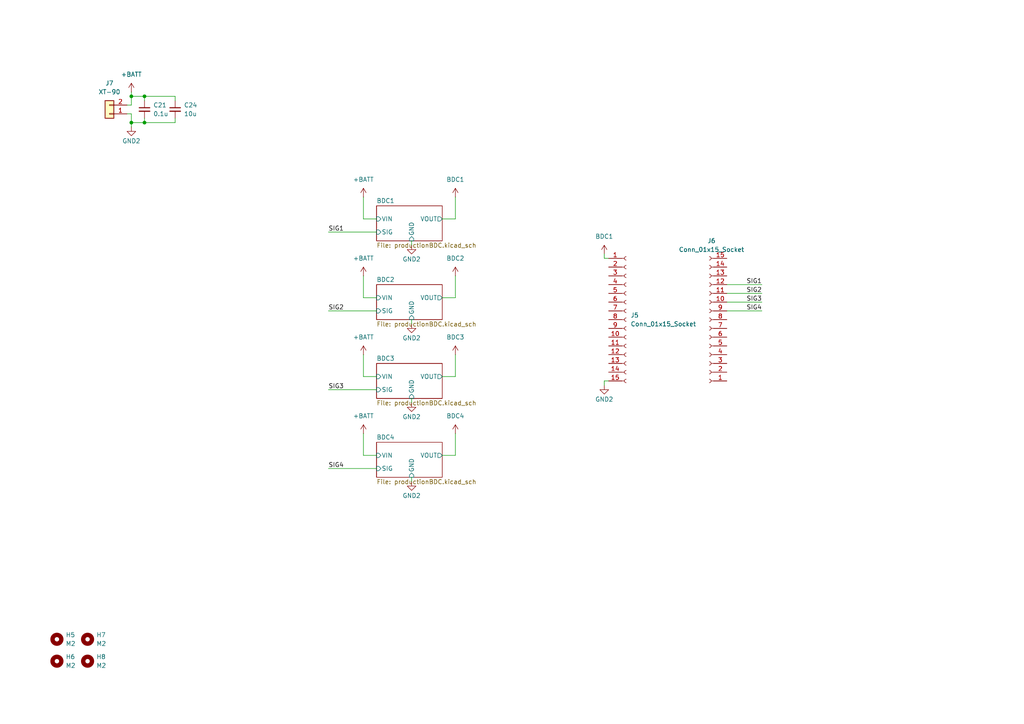
<source format=kicad_sch>
(kicad_sch (version 20250114) (generator "eeschema") (generator_version "9.0")
  (paper "A4")
  (lib_symbols
    (symbol "Connector:Conn_01x15_Socket" (pin_names (offset 1.016) (hide yes))
      (property "Reference" "J" (at 0 20.32 0))
      (property "Value" "Conn_01x15_Socket" (at 0 -20.32 0))
      (symbol "Conn_01x15_Socket_1_1"
        (polyline (pts (xy -1.27 17.78) (xy -0.508 17.78)) (stroke (width 0.1524)))
        (polyline (pts (xy -1.27 15.24) (xy -0.508 15.24)) (stroke (width 0.1524)))
        (polyline (pts (xy -1.27 12.7) (xy -0.508 12.7)) (stroke (width 0.1524)))
        (polyline (pts (xy -1.27 10.16) (xy -0.508 10.16)) (stroke (width 0.1524)))
        (polyline (pts (xy -1.27 7.62) (xy -0.508 7.62)) (stroke (width 0.1524)))
        (polyline (pts (xy -1.27 5.08) (xy -0.508 5.08)) (stroke (width 0.1524)))
        (polyline (pts (xy -1.27 2.54) (xy -0.508 2.54)) (stroke (width 0.1524)))
        (polyline (pts (xy -1.27 0) (xy -0.508 0)) (stroke (width 0.1524)))
        (polyline (pts (xy -1.27 -2.54) (xy -0.508 -2.54)) (stroke (width 0.1524)))
        (polyline (pts (xy -1.27 -5.08) (xy -0.508 -5.08)) (stroke (width 0.1524)))
        (polyline (pts (xy -1.27 -7.62) (xy -0.508 -7.62)) (stroke (width 0.1524)))
        (polyline (pts (xy -1.27 -10.16) (xy -0.508 -10.16)) (stroke (width 0.1524)))
        (polyline (pts (xy -1.27 -12.7) (xy -0.508 -12.7)) (stroke (width 0.1524)))
        (polyline (pts (xy -1.27 -15.24) (xy -0.508 -15.24)) (stroke (width 0.1524)))
        (polyline (pts (xy -1.27 -17.78) (xy -0.508 -17.78)) (stroke (width 0.1524)))
        (arc (start 0 17.272) (mid -0.5058 17.78) (end 0 18.288) (stroke (width 0.1524)))
        (arc (start 0 14.732) (mid -0.5058 15.24) (end 0 15.748) (stroke (width 0.1524)))
        (arc (start 0 12.192) (mid -0.5058 12.7) (end 0 13.208) (stroke (width 0.1524)))
        (arc (start 0 9.652) (mid -0.5058 10.16) (end 0 10.668) (stroke (width 0.1524)))
        (arc (start 0 7.112) (mid -0.5058 7.62) (end 0 8.128) (stroke (width 0.1524)))
        (arc (start 0 4.572) (mid -0.5058 5.08) (end 0 5.588) (stroke (width 0.1524)))
        (arc (start 0 2.032) (mid -0.5058 2.54) (end 0 3.048) (stroke (width 0.1524)))
        (arc (start 0 -0.508) (mid -0.5058 0) (end 0 0.508) (stroke (width 0.1524)))
        (arc (start 0 -3.048) (mid -0.5058 -2.54) (end 0 -2.032) (stroke (width 0.1524)))
        (arc (start 0 -5.588) (mid -0.5058 -5.08) (end 0 -4.572) (stroke (width 0.1524)))
        (arc (start 0 -8.128) (mid -0.5058 -7.62) (end 0 -7.112) (stroke (width 0.1524)))
        (arc (start 0 -10.668) (mid -0.5058 -10.16) (end 0 -9.652) (stroke (width 0.1524)))
        (arc (start 0 -13.208) (mid -0.5058 -12.7) (end 0 -12.192) (stroke (width 0.1524)))
        (arc (start 0 -15.748) (mid -0.5058 -15.24) (end 0 -14.732) (stroke (width 0.1524)))
        (arc (start 0 -18.288) (mid -0.5058 -17.78) (end 0 -17.272) (stroke (width 0.1524)))
        (pin passive line (at -5.08 17.78 0) (length 3.81) (name "Pin_1") (number "1"))
        (pin passive line (at -5.08 15.24 0) (length 3.81) (name "Pin_2") (number "2"))
        (pin passive line (at -5.08 12.7 0) (length 3.81) (name "Pin_3") (number "3"))
        (pin passive line (at -5.08 10.16 0) (length 3.81) (name "Pin_4") (number "4"))
        (pin passive line (at -5.08 7.62 0) (length 3.81) (name "Pin_5") (number "5"))
        (pin passive line (at -5.08 5.08 0) (length 3.81) (name "Pin_6") (number "6"))
        (pin passive line (at -5.08 2.54 0) (length 3.81) (name "Pin_7") (number "7"))
        (pin passive line (at -5.08 0 0) (length 3.81) (name "Pin_8") (number "8"))
        (pin passive line (at -5.08 -2.54 0) (length 3.81) (name "Pin_9") (number "9"))
        (pin passive line (at -5.08 -5.08 0) (length 3.81) (name "Pin_10") (number "10"))
        (pin passive line (at -5.08 -7.62 0) (length 3.81) (name "Pin_11") (number "11"))
        (pin passive line (at -5.08 -10.16 0) (length 3.81) (name "Pin_12") (number "12"))
        (pin passive line (at -5.08 -12.7 0) (length 3.81) (name "Pin_13") (number "13"))
        (pin passive line (at -5.08 -15.24 0) (length 3.81) (name "Pin_14") (number "14"))
        (pin passive line (at -5.08 -17.78 0) (length 3.81) (name "Pin_15") (number "15"))
      )
    )
    (symbol "Connector_Generic:Conn_01x02" (pin_names (offset 1.016) (hide yes))
      (property "Reference" "J" (at 0 2.54 0))
      (property "Value" "Conn_01x02" (at 0 -5.08 0))
      (symbol "Conn_01x02_1_1"
        (rectangle (start -1.27 1.27) (end 1.27 -3.81) (stroke (width 0.254)) (fill (type background)))
        (rectangle (start -1.27 0.127) (end 0 -0.127) (stroke (width 0.1524)))
        (rectangle (start -1.27 -2.413) (end 0 -2.667) (stroke (width 0.1524)))
        (pin passive line (at -5.08 0 0) (length 3.81) (name "Pin_1") (number "1"))
        (pin passive line (at -5.08 -2.54 0) (length 3.81) (name "Pin_2") (number "2"))
      )
    )
    (symbol "Device:C_Small" (pin_numbers (hide yes)) (pin_names (offset 0.254) (hide yes))
      (property "Reference" "C" (at 0.254 1.778 0))
      (property "Value" "C_Small" (at 0.254 -2.032 0))
      (symbol "C_Small_0_1"
        (polyline (pts (xy -1.524 0.508) (xy 1.524 0.508)) (stroke (width 0.3048)))
        (polyline (pts (xy -1.524 -0.508) (xy 1.524 -0.508)) (stroke (width 0.3302)))
      )
      (symbol "C_Small_1_1"
        (pin passive line (at 0 2.54 270) (length 2.032) (name "~") (number "1"))
        (pin passive line (at 0 -2.54 90) (length 2.032) (name "~") (number "2"))
      )
    )
    (symbol "Mechanical:MountingHole" (pin_names (offset 1.016)) (in_bom no)
      (property "Reference" "H" (at 0 5.08 0))
      (property "Value" "MountingHole" (at 0 3.175 0))
      (symbol "MountingHole_0_1"
        (circle (center 0 0) (radius 1.27) (stroke (width 1.27)))
      )
    )
    (symbol "power:+5V" (power) (pin_numbers (hide yes)) (pin_names (offset 0) (hide yes))
      (property "Value" "+5V" (at 0 3.556 0))
      (symbol "+5V_0_1"
        (polyline (pts (xy -0.762 1.27) (xy 0 2.54)))
        (polyline (pts (xy 0 2.54) (xy 0.762 1.27)))
        (polyline (pts (xy 0 0) (xy 0 2.54)))
      )
      (symbol "+5V_1_1"
        (pin power_in line (at 0 0 90) (length 0) (name "~") (number "1"))
      )
    )
    (symbol "power:+BATT" (power) (pin_numbers (hide yes)) (pin_names (offset 0) (hide yes))
      (property "Value" "+BATT" (at 0 3.556 0))
      (symbol "+BATT_0_1"
        (polyline (pts (xy -0.762 1.27) (xy 0 2.54)))
        (polyline (pts (xy 0 2.54) (xy 0.762 1.27)))
        (polyline (pts (xy 0 0) (xy 0 2.54)))
      )
      (symbol "+BATT_1_1"
        (pin power_in line (at 0 0 90) (length 0) (name "~") (number "1"))
      )
    )
    (symbol "power:GND1" (power) (pin_numbers (hide yes)) (pin_names (offset 0) (hide yes))
      (property "Value" "GND1" (at 0 -3.81 0))
      (symbol "GND1_0_1"
        (polyline (pts (xy 0 0) (xy 0 -1.27) (xy 1.27 -1.27) (xy 0 -2.54) (xy -1.27 -1.27) (xy 0 -1.27)))
      )
      (symbol "GND1_1_1"
        (pin power_in line (at 0 0 270) (length 0) (name "~") (number "1"))
      )
    )
  )
  (junction (at 38.1 35.56))
  (junction (at 41.91 27.94))
  (junction (at 41.91 35.56))
  (junction (at 38.1 27.94))
  (wire (pts (xy 119.38 71.12) (xy 119.38 69.85)))
  (wire (pts (xy 119.38 116.84) (xy 119.38 115.57)))
  (wire (pts (xy 132.08 86.36) (xy 128.27 86.36)))
  (wire (pts (xy 95.25 113.03) (xy 109.22 113.03)))
  (wire (pts (xy 38.1 26.67) (xy 38.1 27.94)))
  (wire (pts (xy 50.8 34.29) (xy 50.8 35.56)))
  (wire (pts (xy 41.91 34.29) (xy 41.91 35.56)))
  (wire (pts (xy 220.98 90.17) (xy 210.82 90.17)))
  (wire (pts (xy 38.1 33.02) (xy 36.83 33.02)))
  (wire (pts (xy 38.1 30.48) (xy 36.83 30.48)))
  (wire (pts (xy 175.26 73.66) (xy 175.26 74.93)))
  (wire (pts (xy 41.91 27.94) (xy 38.1 27.94)))
  (wire (pts (xy 105.41 132.08) (xy 109.22 132.08)))
  (wire (pts (xy 95.25 135.89) (xy 109.22 135.89)))
  (wire (pts (xy 132.08 80.01) (xy 132.08 86.36)))
  (wire (pts (xy 132.08 132.08) (xy 128.27 132.08)))
  (wire (pts (xy 105.41 125.73) (xy 105.41 132.08)))
  (wire (pts (xy 105.41 109.22) (xy 109.22 109.22)))
  (wire (pts (xy 38.1 27.94) (xy 38.1 30.48)))
  (wire (pts (xy 132.08 57.15) (xy 132.08 63.5)))
  (wire (pts (xy 95.25 90.17) (xy 109.22 90.17)))
  (wire (pts (xy 220.98 85.09) (xy 210.82 85.09)))
  (wire (pts (xy 105.41 63.5) (xy 109.22 63.5)))
  (wire (pts (xy 132.08 63.5) (xy 128.27 63.5)))
  (wire (pts (xy 105.41 80.01) (xy 105.41 86.36)))
  (wire (pts (xy 175.26 110.49) (xy 176.53 110.49)))
  (wire (pts (xy 175.26 74.93) (xy 176.53 74.93)))
  (wire (pts (xy 50.8 29.21) (xy 50.8 27.94)))
  (wire (pts (xy 210.82 82.55) (xy 220.98 82.55)))
  (wire (pts (xy 132.08 109.22) (xy 128.27 109.22)))
  (wire (pts (xy 132.08 125.73) (xy 132.08 132.08)))
  (wire (pts (xy 132.08 102.87) (xy 132.08 109.22)))
  (wire (pts (xy 41.91 35.56) (xy 38.1 35.56)))
  (wire (pts (xy 95.25 67.31) (xy 109.22 67.31)))
  (wire (pts (xy 105.41 57.15) (xy 105.41 63.5)))
  (wire (pts (xy 175.26 110.49) (xy 175.26 111.76)))
  (wire (pts (xy 220.98 87.63) (xy 210.82 87.63)))
  (wire (pts (xy 119.38 93.98) (xy 119.38 92.71)))
  (wire (pts (xy 50.8 35.56) (xy 41.91 35.56)))
  (wire (pts (xy 119.38 139.7) (xy 119.38 138.43)))
  (wire (pts (xy 38.1 36.83) (xy 38.1 35.56)))
  (wire (pts (xy 38.1 35.56) (xy 38.1 33.02)))
  (wire (pts (xy 41.91 29.21) (xy 41.91 27.94)))
  (wire (pts (xy 105.41 102.87) (xy 105.41 109.22)))
  (wire (pts (xy 50.8 27.94) (xy 41.91 27.94)))
  (wire (pts (xy 105.41 86.36) (xy 109.22 86.36)))
  (label "SIG1" (at 220.98 82.55 180))
  (label "SIG3" (at 220.98 87.63 180))
  (label "SIG2" (at 220.98 85.09 180))
  (label "SIG4" (at 95.25 135.89 0))
  (label "SIG1" (at 95.25 67.31 0))
  (label "SIG4" (at 220.98 90.17 180))
  (label "SIG2" (at 95.25 90.17 0))
  (label "SIG3" (at 95.25 113.03 0))
  (symbol (lib_id "power:GND1") (at 119.38 71.12 0) (unit 1)
    (property "Reference" "#PWR078" (effects (hide yes)))
    (property "Value" "GND2" (at 119.38 75.184 0))
    (property "Description" "Power symbol creates a global label with name \"GND1\" , ground" (effects (hide yes)))
  )
  (symbol (lib_id "power:+5V") (at 175.26 73.66 0) (unit 1)
    (property "Reference" "#PWR031" (effects (hide yes)))
    (property "Value" "BDC1" (at 175.26 68.58 0))
    (property "Description" "Power symbol creates a global label with name \"+5V\"" (effects (hide yes)))
  )
  (symbol (lib_id "power:+BATT") (at 105.41 57.15 0) (unit 1)
    (property "Reference" "#PWR074" (effects (hide yes)))
    (property "Value" "+BATT" (at 105.41 52.07 0))
    (property "Description" "Power symbol creates a global label with name \"+BATT\"" (effects (hide yes)))
  )
  (symbol (lib_id "power:GND1") (at 119.38 139.7 0) (unit 1)
    (property "Reference" "#PWR081" (effects (hide yes)))
    (property "Value" "GND2" (at 119.38 143.764 0))
    (property "Description" "Power symbol creates a global label with name \"GND1\" , ground" (effects (hide yes)))
  )
  (symbol (lib_id "Mechanical:MountingHole") (at 16.51 191.77 0) (unit 1) (in_bom no)
    (property "Reference" "H6" (at 19.05 190.4999 0) (effects (justify left)))
    (property "Value" "M2" (at 19.05 193.0399 0) (effects (justify left)))
    (property "Footprint" "MountingHole:MountingHole_2.2mm_M2" (effects (hide yes)))
    (property "Description" "Mounting Hole without connection" (effects (hide yes)))
  )
  (symbol (lib_id "Device:C_Small") (at 50.8 31.75 0) (unit 1)
    (property "Reference" "C24" (at 53.34 30.4862 0) (effects (justify left)))
    (property "Value" "10u" (at 53.34 33.0262 0) (effects (justify left)))
    (property "Footprint" "Capacitor_SMD:C_0805_2012Metric" (effects (hide yes)))
    (property "Description" "Unpolarized capacitor, small symbol" (effects (hide yes)))
  )
  (symbol (lib_id "power:GND1") (at 119.38 116.84 0) (unit 1)
    (property "Reference" "#PWR080" (effects (hide yes)))
    (property "Value" "GND2" (at 119.38 120.904 0))
    (property "Description" "Power symbol creates a global label with name \"GND1\" , ground" (effects (hide yes)))
  )
  (symbol (lib_id "Device:C_Small") (at 41.91 31.75 0) (unit 1)
    (property "Reference" "C21" (at 44.45 30.4862 0) (effects (justify left)))
    (property "Value" "0.1u" (at 44.45 33.0262 0) (effects (justify left)))
    (property "Footprint" "Capacitor_SMD:C_0805_2012Metric" (effects (hide yes)))
    (property "Description" "Unpolarized capacitor, small symbol" (effects (hide yes)))
  )
  (symbol (lib_id "power:+BATT") (at 105.41 102.87 0) (unit 1)
    (property "Reference" "#PWR076" (effects (hide yes)))
    (property "Value" "+BATT" (at 105.41 97.79 0))
    (property "Description" "Power symbol creates a global label with name \"+BATT\"" (effects (hide yes)))
  )
  (symbol (lib_id "Connector_Generic:Conn_01x02") (at 31.75 33.02 180) (unit 1)
    (property "Reference" "J7" (at 31.75 24.13 0))
    (property "Value" "XT-90" (at 31.75 26.67 0))
    (property "Footprint" "footprints:XT90_V" (effects (hide yes)))
    (property "Description" "Generic connector, single row, 01x02, script generated (kicad-library-utils/schlib/autogen/connector/)" (effects (hide yes)))
  )
  (symbol (lib_id "Mechanical:MountingHole") (at 25.4 185.42 0) (unit 1) (in_bom no)
    (property "Reference" "H7" (at 27.94 184.1499 0) (effects (justify left)))
    (property "Value" "M2" (at 27.94 186.6899 0) (effects (justify left)))
    (property "Footprint" "MountingHole:MountingHole_2.2mm_M2" (effects (hide yes)))
    (property "Description" "Mounting Hole without connection" (effects (hide yes)))
  )
  (symbol (lib_id "power:+BATT") (at 38.1 26.67 0) (unit 1)
    (property "Reference" "#PWR037" (effects (hide yes)))
    (property "Value" "+BATT" (at 38.1 21.59 0))
    (property "Description" "Power symbol creates a global label with name \"+BATT\"" (effects (hide yes)))
  )
  (symbol (lib_id "Connector:Conn_01x15_Socket") (at 181.61 92.71 0) (unit 1)
    (property "Reference" "J5" (at 182.88 91.4399 0) (effects (justify left)))
    (property "Value" "Conn_01x15_Socket" (at 182.88 93.9799 0) (effects (justify left)))
    (property "Footprint" "Connector_PinHeader_2.54mm:PinHeader_1x15_P2.54mm_Vertical" (effects (hide yes)))
    (property "Description" "Generic connector, single row, 01x15, script generated" (effects (hide yes)))
  )
  (symbol (lib_id "power:GND1") (at 38.1 36.83 0) (unit 1)
    (property "Reference" "#PWR036" (effects (hide yes)))
    (property "Value" "GND2" (at 38.1 40.894 0))
    (property "Description" "Power symbol creates a global label with name \"GND1\" , ground" (effects (hide yes)))
  )
  (symbol (lib_id "power:+BATT") (at 105.41 80.01 0) (unit 1)
    (property "Reference" "#PWR075" (effects (hide yes)))
    (property "Value" "+BATT" (at 105.41 74.93 0))
    (property "Description" "Power symbol creates a global label with name \"+BATT\"" (effects (hide yes)))
  )
  (symbol (lib_id "Connector:Conn_01x15_Socket") (at 205.74 92.71 180) (unit 1)
    (property "Reference" "J6" (at 206.375 69.85 0))
    (property "Value" "Conn_01x15_Socket" (at 206.375 72.39 0))
    (property "Footprint" "Connector_PinHeader_2.54mm:PinHeader_1x15_P2.54mm_Vertical" (effects (hide yes)))
    (property "Description" "Generic connector, single row, 01x15, script generated" (effects (hide yes)))
  )
  (symbol (lib_id "power:+BATT") (at 105.41 125.73 0) (unit 1)
    (property "Reference" "#PWR077" (effects (hide yes)))
    (property "Value" "+BATT" (at 105.41 120.65 0))
    (property "Description" "Power symbol creates a global label with name \"+BATT\"" (effects (hide yes)))
  )
  (symbol (lib_id "power:+5V") (at 132.08 80.01 0) (unit 1)
    (property "Reference" "#PWR071" (effects (hide yes)))
    (property "Value" "BDC2" (at 132.08 74.93 0))
    (property "Description" "Power symbol creates a global label with name \"+5V\"" (effects (hide yes)))
  )
  (symbol (lib_id "power:+5V") (at 132.08 102.87 0) (unit 1)
    (property "Reference" "#PWR072" (effects (hide yes)))
    (property "Value" "BDC3" (at 132.08 97.79 0))
    (property "Description" "Power symbol creates a global label with name \"+5V\"" (effects (hide yes)))
  )
  (symbol (lib_id "power:+5V") (at 132.08 57.15 0) (unit 1)
    (property "Reference" "#PWR070" (effects (hide yes)))
    (property "Value" "BDC1" (at 132.08 52.07 0))
    (property "Description" "Power symbol creates a global label with name \"+5V\"" (effects (hide yes)))
  )
  (symbol (lib_id "Mechanical:MountingHole") (at 25.4 191.77 0) (unit 1) (in_bom no)
    (property "Reference" "H8" (at 27.94 190.4999 0) (effects (justify left)))
    (property "Value" "M2" (at 27.94 193.0399 0) (effects (justify left)))
    (property "Footprint" "MountingHole:MountingHole_2.2mm_M2" (effects (hide yes)))
    (property "Description" "Mounting Hole without connection" (effects (hide yes)))
  )
  (symbol (lib_id "power:GND1") (at 175.26 111.76 0) (unit 1)
    (property "Reference" "#PWR030" (effects (hide yes)))
    (property "Value" "GND2" (at 175.26 115.824 0))
    (property "Description" "Power symbol creates a global label with name \"GND1\" , ground" (effects (hide yes)))
  )
  (symbol (lib_id "Mechanical:MountingHole") (at 16.51 185.42 0) (unit 1) (in_bom no)
    (property "Reference" "H5" (at 19.05 184.1499 0) (effects (justify left)))
    (property "Value" "M2" (at 19.05 186.6899 0) (effects (justify left)))
    (property "Footprint" "MountingHole:MountingHole_2.2mm_M2" (effects (hide yes)))
    (property "Description" "Mounting Hole without connection" (effects (hide yes)))
  )
  (symbol (lib_id "power:+5V") (at 132.08 125.73 0) (unit 1)
    (property "Reference" "#PWR073" (effects (hide yes)))
    (property "Value" "BDC4" (at 132.08 120.65 0))
    (property "Description" "Power symbol creates a global label with name \"+5V\"" (effects (hide yes)))
  )
  (symbol (lib_id "power:GND1") (at 119.38 93.98 0) (unit 1)
    (property "Reference" "#PWR079" (effects (hide yes)))
    (property "Value" "GND2" (at 119.38 98.044 0))
    (property "Description" "Power symbol creates a global label with name \"GND1\" , ground" (effects (hide yes)))
  )
  (sheet (at 109.22 59.69) (size 19.05 10.16) (stroke (width 0.1524))
    (property "Sheetname" "BDC1" (at 109.22 58.9784 0) (effects (justify left bottom)))
    (property "Sheetfile" "productionBDC.kicad_sch" (at 109.22 70.4346 0) (effects (justify left top)))
    (pin "VOUT" output (at 128.27 63.5 0))
    (pin "GND" input (at 119.38 69.85 270))
    (pin "VIN" input (at 109.22 63.5 180))
    (pin "SIG" input (at 109.22 67.31 180))
  )
  (sheet (at 109.22 128.27) (size 19.05 10.16) (stroke (width 0.1524))
    (property "Sheetname" "BDC4" (at 109.22 127.5584 0) (effects (justify left bottom)))
    (property "Sheetfile" "productionBDC.kicad_sch" (at 109.22 139.0146 0) (effects (justify left top)))
    (pin "VOUT" output (at 128.27 132.08 0))
    (pin "GND" input (at 119.38 138.43 270))
    (pin "VIN" input (at 109.22 132.08 180))
    (pin "SIG" input (at 109.22 135.89 180))
  )
  (sheet (at 109.22 82.55) (size 19.05 10.16) (stroke (width 0.1524))
    (property "Sheetname" "BDC2" (at 109.22 81.8384 0) (effects (justify left bottom)))
    (property "Sheetfile" "productionBDC.kicad_sch" (at 109.22 93.2946 0) (effects (justify left top)))
    (pin "VOUT" output (at 128.27 86.36 0))
    (pin "GND" input (at 119.38 92.71 270))
    (pin "VIN" input (at 109.22 86.36 180))
    (pin "SIG" input (at 109.22 90.17 180))
  )
  (sheet (at 109.22 105.41) (size 19.05 10.16) (stroke (width 0.1524))
    (property "Sheetname" "BDC3" (at 109.22 104.6984 0) (effects (justify left bottom)))
    (property "Sheetfile" "productionBDC.kicad_sch" (at 109.22 116.1546 0) (effects (justify left top)))
    (pin "VOUT" output (at 128.27 109.22 0))
    (pin "GND" input (at 119.38 115.57 270))
    (pin "VIN" input (at 109.22 109.22 180))
    (pin "SIG" input (at 109.22 113.03 180))
  )
)
</source>
